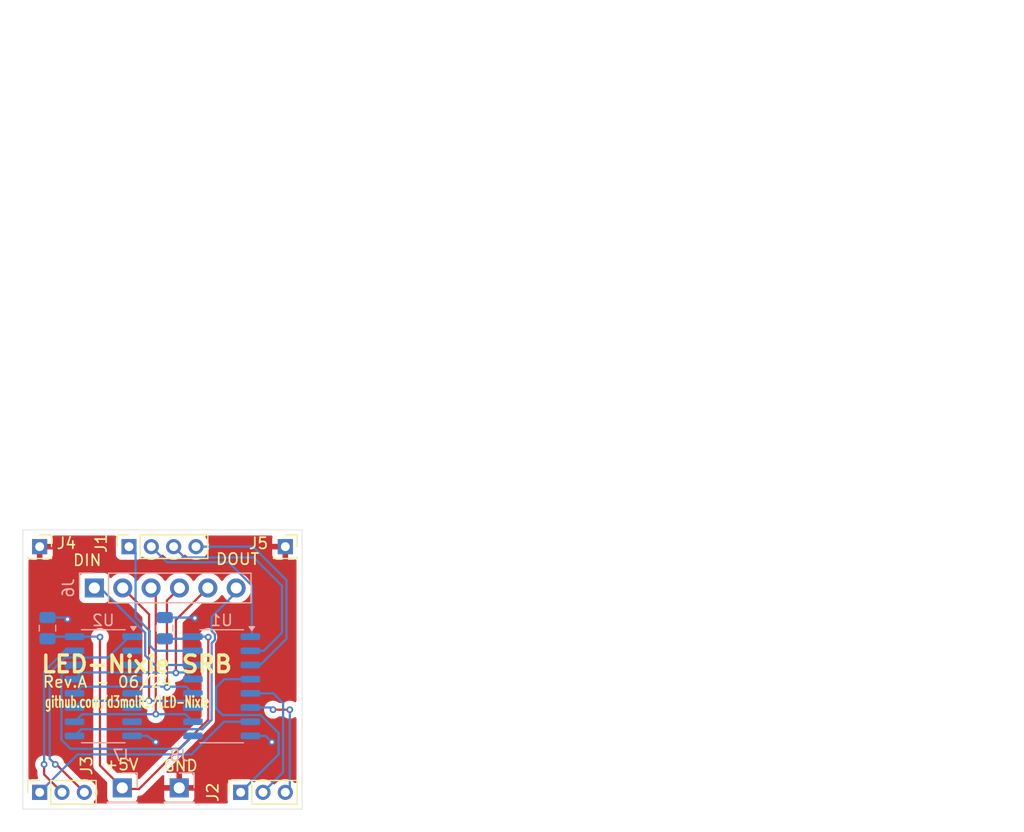
<source format=kicad_pcb>
(kicad_pcb (version 20240108) (generator "pcbnew") (generator_version "8.0")
  (layers (0 "F.Cu" signal) (31 "B.Cu" signal) (34 "B.Paste" user) (35 "F.Paste" user) (36 "B.SilkS" user "B.Silkscreen") (37 "F.SilkS" user "F.Silkscreen") (38 "B.Mask" user) (39 "F.Mask" user) (44 "Edge.Cuts" user))
  (net 0 "")
  (net 1 "Net-(J1-Pin_2)")
  (net 2 "GND")
  (net 3 "Net-(J1-Pin_4)")
  (net 4 "Net-(J1-Pin_1)")
  (net 5 "Net-(J1-Pin_3)")
  (net 6 "Net-(J2-Pin_3)")
  (net 7 "Net-(J2-Pin_2)")
  (net 8 "Net-(J2-Pin_1)")
  (net 9 "Net-(J3-Pin_3)")
  (net 10 "Net-(J3-Pin_1)")
  (net 11 "Net-(J3-Pin_2)")
  (net 12 "DATA_OUT")
  (net 13 "SR_CLK")
  (net 14 "+5V")
  (net 15 "Net-(U1-QH')")
  (net 16 "LOAD")
  (net 17 "OE")
  (net 18 "DATA")
  (net 19 "SR_CLR")
  (footprint "Connector_PinSocket_2.00mm:PinSocket_1x04_P2.00mm_Vertical" (layer "F.Cu") (at 59.999999 61.9 90)
    (property "Reference" "J1" (at 0.3 -2.5 90) (layer "F.SilkS"))
    (property "Value" "Conn_01x04" (hide yes))
    (fp_line (start 1.06 -1.06) (end 1.06 0) (stroke (width 0.12)) (layer "F.SilkS"))
    (fp_line (start 0 -1.06) (end 1.06 -1.06) (stroke (width 0.12)) (layer "F.SilkS"))
    (fp_line (start 1.06 1) (end 1.06 7.06) (stroke (width 0.12)) (layer "F.SilkS"))
    (fp_line (start -1.06 1) (end 1.06 1) (stroke (width 0.12)) (layer "F.SilkS"))
    (fp_line (start -1.06 1) (end -1.06 7.06) (stroke (width 0.12)) (layer "F.SilkS"))
    (fp_line (start -1.06 7.06) (end 1.06 7.06) (stroke (width 0.12)) (layer "F.SilkS"))
    (pad "1" thru_hole rect (at 0 0 90) (size 1.35 1.35) (drill 0.8) (layers "*.Cu" "*.Mask") (net 4 "Net-(J1-Pin_1)"))
    (pad "2" thru_hole oval (at 0 2 90) (size 1.35 1.35) (drill 0.8) (layers "*.Cu" "*.Mask") (net 1 "Net-(J1-Pin_2)"))
    (pad "3" thru_hole oval (at 0 4 90) (size 1.35 1.35) (drill 0.8) (layers "*.Cu" "*.Mask") (net 5 "Net-(J1-Pin_3)"))
    (pad "4" thru_hole oval (at 0 6 90) (size 1.35 1.35) (drill 0.8) (layers "*.Cu" "*.Mask") (net 3 "Net-(J1-Pin_4)"))
  )
  (footprint "Connector_PinSocket_2.00mm:PinSocket_1x03_P2.00mm_Vertical" (layer "F.Cu") (at 52 83.9 90)
    (property "Reference" "J3" (at 2.4 4.2 90) (layer "F.SilkS"))
    (property "Value" "Conn_01x03" (hide yes))
    (fp_line (start 1.06 -1.06) (end 1.06 0) (stroke (width 0.12)) (layer "F.SilkS"))
    (fp_line (start 0 -1.06) (end 1.06 -1.06) (stroke (width 0.12)) (layer "F.SilkS"))
    (fp_line (start 1.06 1) (end 1.06 5.06) (stroke (width 0.12)) (layer "F.SilkS"))
    (fp_line (start -1.06 1) (end 1.06 1) (stroke (width 0.12)) (layer "F.SilkS"))
    (fp_line (start -1.06 1) (end -1.06 5.06) (stroke (width 0.12)) (layer "F.SilkS"))
    (fp_line (start -1.06 5.06) (end 1.06 5.06) (stroke (width 0.12)) (layer "F.SilkS"))
    (pad "1" thru_hole rect (at 0 0 90) (size 1.35 1.35) (drill 0.8) (layers "*.Cu" "*.Mask") (net 10 "Net-(J3-Pin_1)"))
    (pad "2" thru_hole oval (at 0 2 90) (size 1.35 1.35) (drill 0.8) (layers "*.Cu" "*.Mask") (net 11 "Net-(J3-Pin_2)"))
    (pad "3" thru_hole oval (at 0 4 90) (size 1.35 1.35) (drill 0.8) (layers "*.Cu" "*.Mask") (net 9 "Net-(J3-Pin_3)"))
  )
  (footprint "Connector_PinSocket_2.00mm:PinSocket_1x01_P2.00mm_Vertical" (layer "F.Cu") (at 74 61.9)
    (property "Reference" "J5" (at -2.4 -0.3 0) (layer "F.SilkS"))
    (property "Value" "Conn_01x01" (hide yes))
    (fp_line (start -1.06 0.94) (end -1.06 1.06) (stroke (width 0.12)) (layer "F.SilkS"))
    (fp_line (start -1.06 1.06) (end 1.06 1.06) (stroke (width 0.12)) (layer "F.SilkS"))
    (fp_line (start 0 -1.06) (end 1.06 -1.06) (stroke (width 0.12)) (layer "F.SilkS"))
    (fp_line (start 1.06 -1.06) (end 1.06 0) (stroke (width 0.12)) (layer "F.SilkS"))
    (fp_line (start 1.06 0.94) (end 1.06 1.06) (stroke (width 0.12)) (layer "F.SilkS"))
    (pad "1" thru_hole rect (at 0 0) (size 1.35 1.35) (drill 0.8) (layers "*.Cu" "*.Mask") (net 2 "GND"))
  )
  (footprint "Connector_PinSocket_2.00mm:PinSocket_1x03_P2.00mm_Vertical" (layer "F.Cu") (at 70 83.9 90)
    (property "Reference" "J2" (at 0 -2.5 90) (layer "F.SilkS"))
    (property "Value" "Conn_01x03" (hide yes))
    (fp_line (start 1.06 -1.06) (end 1.06 0) (stroke (width 0.12)) (layer "F.SilkS"))
    (fp_line (start 0 -1.06) (end 1.06 -1.06) (stroke (width 0.12)) (layer "F.SilkS"))
    (fp_line (start 1.06 1) (end 1.06 5.06) (stroke (width 0.12)) (layer "F.SilkS"))
    (fp_line (start -1.06 1) (end 1.06 1) (stroke (width 0.12)) (layer "F.SilkS"))
    (fp_line (start -1.06 1) (end -1.06 5.06) (stroke (width 0.12)) (layer "F.SilkS"))
    (fp_line (start -1.06 5.06) (end 1.06 5.06) (stroke (width 0.12)) (layer "F.SilkS"))
    (pad "1" thru_hole rect (at 0 0 90) (size 1.35 1.35) (drill 0.8) (layers "*.Cu" "*.Mask") (net 8 "Net-(J2-Pin_1)"))
    (pad "2" thru_hole oval (at 0 2 90) (size 1.35 1.35) (drill 0.8) (layers "*.Cu" "*.Mask") (net 7 "Net-(J2-Pin_2)"))
    (pad "3" thru_hole oval (at 0 4 90) (size 1.35 1.35) (drill 0.8) (layers "*.Cu" "*.Mask") (net 6 "Net-(J2-Pin_3)"))
  )
  (footprint "Connector_PinSocket_2.00mm:PinSocket_1x01_P2.00mm_Vertical" (layer "F.Cu") (at 52 61.9)
    (property "Reference" "J4" (at 2.4 -0.3 0) (layer "F.SilkS"))
    (property "Value" "Conn_01x01" (hide yes))
    (fp_line (start -1.06 0.94) (end -1.06 1.06) (stroke (width 0.12)) (layer "F.SilkS"))
    (fp_line (start -1.06 1.06) (end 1.06 1.06) (stroke (width 0.12)) (layer "F.SilkS"))
    (fp_line (start 0 -1.06) (end 1.06 -1.06) (stroke (width 0.12)) (layer "F.SilkS"))
    (fp_line (start 1.06 -1.06) (end 1.06 0) (stroke (width 0.12)) (layer "F.SilkS"))
    (fp_line (start 1.06 0.94) (end 1.06 1.06) (stroke (width 0.12)) (layer "F.SilkS"))
    (pad "1" thru_hole rect (at 0 0) (size 1.35 1.35) (drill 0.8) (layers "*.Cu" "*.Mask") (net 2 "GND"))
  )
  (footprint "Connector_PinHeader_2.54mm:PinHeader_1x01_P2.54mm_Vertical" (layer "B.Cu") (at 64.5 83.5 180)
    (property "Reference" "J8" (at 0 2.9 0) (layer "B.SilkS") (effects (justify mirror)))
    (property "Value" "GND")
    (fp_line (start 1.33 -1.27) (end -1.33 -1.27) (stroke (width 0.12)) (layer "B.SilkS"))
    (fp_line (start 1.33 -1.33) (end 1.33 -1.27) (stroke (width 0.12)) (layer "B.SilkS"))
    (fp_line (start 1.33 -1.33) (end -1.33 -1.33) (stroke (width 0.12)) (layer "B.SilkS"))
    (fp_line (start 0 1.33) (end -1.33 1.33) (stroke (width 0.12)) (layer "B.SilkS"))
    (fp_line (start -1.33 1.33) (end -1.33 0) (stroke (width 0.12)) (layer "B.SilkS"))
    (fp_line (start -1.33 -1.33) (end -1.33 -1.27) (stroke (width 0.12)) (layer "B.SilkS"))
    (pad "1" thru_hole rect (at 0 0 180) (size 1.7 1.7) (drill 1) (layers "*.Cu" "*.Mask") (net 2 "GND"))
  )
  (footprint "Capacitor_SMD:C_0805_2012Metric" (layer "B.Cu") (at 52.7 69.2 90)
    (property "Reference" "C1" (hide yes))
    (property "Value" "10µF")
    (fp_line (start 0.261253 -0.735) (end -0.261253 -0.735) (stroke (width 0.12)) (layer "B.SilkS"))
    (fp_line (start 0.261253 0.735) (end -0.261253 0.735) (stroke (width 0.12)) (layer "B.SilkS"))
    (pad "1" smd roundrect (at -0.949999 0 90) (size 1 1.45) (layers "B.Cu" "B.Paste" "B.Mask") (net 14 "+5V"))
    (pad "2" smd roundrect (at 0.949999 0 90) (size 1 1.45) (layers "B.Cu" "B.Paste" "B.Mask") (net 2 "GND"))
  )
  (footprint "Package_SO:SO-16_3.9x9.9mm_P1.27mm" (layer "B.Cu") (at 57.7 74.4 180)
    (property "Reference" "U2" (at 0 5.9 0) (layer "B.SilkS") (effects (justify mirror)))
    (property "Value" "74HC595")
    (fp_line (start 1.95 5.06) (end 0 5.06) (stroke (width 0.12)) (layer "B.SilkS"))
    (fp_line (start 1.95 -5.06) (end 0 -5.06) (stroke (width 0.12)) (layer "B.SilkS"))
    (fp_line (start -1.95 5.06) (end 0 5.06) (stroke (width 0.12)) (layer "B.SilkS"))
    (fp_line (start -1.95 -5.06) (end 0 -5.06) (stroke (width 0.12)) (layer "B.SilkS"))
    (fp_poly (pts (xy -2.7 5.005) (xy -2.94 5.335) (xy -2.46 5.335) (xy -2.7 5.005)) (stroke (width 0.12)) (fill solid) (layer "B.SilkS"))
    (pad "1" smd roundrect (at -2.575 4.445 180) (size 1.75 0.6) (layers "B.Cu" "B.Paste" "B.Mask") (net 9 "Net-(J3-Pin_3)"))
    (pad "2" smd roundrect (at -2.575 3.175 180) (size 1.75 0.6) (layers "B.Cu" "B.Paste" "B.Mask"))
    (pad "3" smd roundrect (at -2.575 1.905 180) (size 1.75 0.6) (layers "B.Cu" "B.Paste" "B.Mask"))
    (pad "4" smd roundrect (at -2.575 0.635 180) (size 1.75 0.6) (layers "B.Cu" "B.Paste" "B.Mask"))
    (pad "5" smd roundrect (at -2.575 -0.635 180) (size 1.75 0.6) (layers "B.Cu" "B.Paste" "B.Mask"))
    (pad "6" smd roundrect (at -2.575 -1.905 180) (size 1.75 0.6) (layers "B.Cu" "B.Paste" "B.Mask"))
    (pad "7" smd roundrect (at -2.575 -3.175 180) (size 1.75 0.6) (layers "B.Cu" "B.Paste" "B.Mask"))
    (pad "8" smd roundrect (at -2.575 -4.445 180) (size 1.75 0.6) (layers "B.Cu" "B.Paste" "B.Mask") (net 2 "GND"))
    (pad "9" smd roundrect (at 2.575 -4.445 180) (size 1.75 0.6) (layers "B.Cu" "B.Paste" "B.Mask") (net 12 "DATA_OUT"))
    (pad "10" smd roundrect (at 2.575 -3.175 180) (size 1.75 0.6) (layers "B.Cu" "B.Paste" "B.Mask") (net 19 "SR_CLR"))
    (pad "11" smd roundrect (at 2.575 -1.905 180) (size 1.75 0.6) (layers "B.Cu" "B.Paste" "B.Mask") (net 13 "SR_CLK"))
    (pad "12" smd roundrect (at 2.575 -0.635 180) (size 1.75 0.6) (layers "B.Cu" "B.Paste" "B.Mask") (net 16 "LOAD"))
    (pad "13" smd roundrect (at 2.575 0.635 180) (size 1.75 0.6) (layers "B.Cu" "B.Paste" "B.Mask") (net 17 "OE"))
    (pad "14" smd roundrect (at 2.575 1.905 180) (size 1.75 0.6) (layers "B.Cu" "B.Paste" "B.Mask") (net 15 "Net-(U1-QH')"))
    (pad "15" smd roundrect (at 2.575 3.175 180) (size 1.75 0.6) (layers "B.Cu" "B.Paste" "B.Mask") (net 11 "Net-(J3-Pin_2)"))
    (pad "16" smd roundrect (at 2.575 4.445 180) (size 1.75 0.6) (layers "B.Cu" "B.Paste" "B.Mask") (net 14 "+5V"))
  )
  (footprint "Connector_PinHeader_2.54mm:PinHeader_1x01_P2.54mm_Vertical" (layer "B.Cu") (at 59.4 83.5 180)
    (property "Reference" "J7" (at 0 2.9 0) (layer "B.SilkS") (effects (justify mirror)))
    (property "Value" "+5V")
    (fp_line (start 1.33 -1.270001) (end -1.33 -1.270001) (stroke (width 0.12)) (layer "B.SilkS"))
    (fp_line (start 1.33 -1.33) (end 1.33 -1.270001) (stroke (width 0.12)) (layer "B.SilkS"))
    (fp_line (start 1.33 -1.33) (end -1.33 -1.33) (stroke (width 0.12)) (layer "B.SilkS"))
    (fp_line (start 0 1.33) (end -1.33 1.33) (stroke (width 0.12)) (layer "B.SilkS"))
    (fp_line (start -1.33 1.33) (end -1.33 0) (stroke (width 0.12)) (layer "B.SilkS"))
    (fp_line (start -1.33 -1.33) (end -1.33 -1.270001) (stroke (width 0.12)) (layer "B.SilkS"))
    (pad "1" thru_hole rect (at 0 0 180) (size 1.7 1.7) (drill 1) (layers "*.Cu" "*.Mask") (net 14 "+5V"))
  )
  (footprint "Capacitor_SMD:C_0805_2012Metric" (layer "B.Cu") (at 63.2 69.2 90)
    (property "Reference" "C2" (hide yes))
    (property "Value" "10µF")
    (fp_line (start 0.261253 -0.735) (end -0.261253 -0.735) (stroke (width 0.12)) (layer "B.SilkS"))
    (fp_line (start 0.261253 0.735) (end -0.261253 0.735) (stroke (width 0.12)) (layer "B.SilkS"))
    (pad "1" smd roundrect (at -0.949999 0 90) (size 1 1.45) (layers "B.Cu" "B.Paste" "B.Mask") (net 14 "+5V"))
    (pad "2" smd roundrect (at 0.949999 0 90) (size 1 1.45) (layers "B.Cu" "B.Paste" "B.Mask") (net 2 "GND"))
  )
  (footprint "Connector_PinHeader_2.54mm:PinHeader_1x06_P2.54mm_Vertical" (layer "B.Cu") (at 56.9 65.6 -90)
    (property "Reference" "J6" (at 0 2.33 90) (layer "B.SilkS") (effects (justify mirror)))
    (property "Value" "Shift")
    (fp_line (start -1.33 1.33) (end -1.33 0) (stroke (width 0.12)) (layer "B.SilkS"))
    (fp_line (start 0 1.33) (end -1.33 1.33) (stroke (width 0.12)) (layer "B.SilkS"))
    (fp_line (start 1.33 -1.270001) (end -1.33 -1.270001) (stroke (width 0.12)) (layer "B.SilkS"))
    (fp_line (start -1.33 -14.03) (end -1.33 -1.270001) (stroke (width 0.12)) (layer "B.SilkS"))
    (fp_line (start 1.33 -14.03) (end 1.33 -1.270001) (stroke (width 0.12)) (layer "B.SilkS"))
    (fp_line (start 1.33 -14.03) (end -1.33 -14.03) (stroke (width 0.12)) (layer "B.SilkS"))
    (pad "1" thru_hole rect (at 0 0 270) (size 1.7 1.7) (drill 1) (layers "*.Cu" "*.Mask") (net 18 "DATA"))
    (pad "2" thru_hole oval (at 0 -2.54 270) (size 1.7 1.7) (drill 1) (layers "*.Cu" "*.Mask") (net 13 "SR_CLK"))
    (pad "3" thru_hole oval (at 0 -5.079999 270) (size 1.7 1.7) (drill 1) (layers "*.Cu" "*.Mask") (net 19 "SR_CLR"))
    (pad "4" thru_hole oval (at 0 -7.62 270) (size 1.7 1.7) (drill 1) (layers "*.Cu" "*.Mask") (net 16 "LOAD"))
    (pad "5" thru_hole oval (at 0 -10.16 270) (size 1.7 1.7) (drill 1) (layers "*.Cu" "*.Mask") (net 17 "OE"))
    (pad "6" thru_hole oval (at 0 -12.7 270) (size 1.7 1.7) (drill 1) (layers "*.Cu" "*.Mask") (net 12 "DATA_OUT"))
  )
  (footprint "Package_SO:SO-16_3.9x9.9mm_P1.27mm" (layer "B.Cu") (at 68.3 74.4 180)
    (property "Reference" "U1" (at 0 5.9 0) (layer "B.SilkS") (effects (justify mirror)))
    (property "Value" "74HC595")
    (fp_line (start 1.95 5.06) (end 0 5.06) (stroke (width 0.12)) (layer "B.SilkS"))
    (fp_line (start 1.95 -5.06) (end 0 -5.06) (stroke (width 0.12)) (layer "B.SilkS"))
    (fp_line (start -1.95 5.06) (end 0 5.06) (stroke (width 0.12)) (layer "B.SilkS"))
    (fp_line (start -1.95 -5.06) (end 0 -5.06) (stroke (width 0.12)) (layer "B.SilkS"))
    (fp_poly (pts (xy -2.7 5.005) (xy -2.94 5.335) (xy -2.46 5.335) (xy -2.7 5.005)) (stroke (width 0.12)) (fill solid) (layer "B.SilkS"))
    (pad "1" smd roundrect (at -2.575 4.445 180) (size 1.75 0.6) (layers "B.Cu" "B.Paste" "B.Mask") (net 1 "Net-(J1-Pin_2)"))
    (pad "2" smd roundrect (at -2.575 3.175 180) (size 1.75 0.6) (layers "B.Cu" "B.Paste" "B.Mask") (net 5 "Net-(J1-Pin_3)"))
    (pad "3" smd roundrect (at -2.575 1.905 180) (size 1.75 0.6) (layers "B.Cu" "B.Paste" "B.Mask") (net 3 "Net-(J1-Pin_4)"))
    (pad "4" smd roundrect (at -2.575 0.635 180) (size 1.75 0.6) (layers "B.Cu" "B.Paste" "B.Mask") (net 8 "Net-(J2-Pin_1)"))
    (pad "5" smd roundrect (at -2.575 -0.635 180) (size 1.75 0.6) (layers "B.Cu" "B.Paste" "B.Mask") (net 7 "Net-(J2-Pin_2)"))
    (pad "6" smd roundrect (at -2.575 -1.905 180) (size 1.75 0.6) (layers "B.Cu" "B.Paste" "B.Mask") (net 6 "Net-(J2-Pin_3)"))
    (pad "7" smd roundrect (at -2.575 -3.175 180) (size 1.75 0.6) (layers "B.Cu" "B.Paste" "B.Mask") (net 10 "Net-(J3-Pin_1)"))
    (pad "8" smd roundrect (at -2.575 -4.445 180) (size 1.75 0.6) (layers "B.Cu" "B.Paste" "B.Mask") (net 2 "GND"))
    (pad "9" smd roundrect (at 2.575 -4.445 180) (size 1.75 0.6) (layers "B.Cu" "B.Paste" "B.Mask") (net 15 "Net-(U1-QH')"))
    (pad "10" smd roundrect (at 2.575 -3.175 180) (size 1.75 0.6) (layers "B.Cu" "B.Paste" "B.Mask") (net 19 "SR_CLR"))
    (pad "11" smd roundrect (at 2.575 -1.905 180) (size 1.75 0.6) (layers "B.Cu" "B.Paste" "B.Mask") (net 13 "SR_CLK"))
    (pad "12" smd roundrect (at 2.575 -0.635 180) (size 1.75 0.6) (layers "B.Cu" "B.Paste" "B.Mask") (net 16 "LOAD"))
    (pad "13" smd roundrect (at 2.575 0.635 180) (size 1.75 0.6) (layers "B.Cu" "B.Paste" "B.Mask") (net 17 "OE"))
    (pad "14" smd roundrect (at 2.575 1.905 180) (size 1.75 0.6) (layers "B.Cu" "B.Paste" "B.Mask") (net 18 "DATA"))
    (pad "15" smd roundrect (at 2.575 3.175 180) (size 1.75 0.6) (layers "B.Cu" "B.Paste" "B.Mask") (net 4 "Net-(J1-Pin_1)"))
    (pad "16" smd roundrect (at 2.575 4.445 180) (size 1.75 0.6) (layers "B.Cu" "B.Paste" "B.Mask") (net 14 "+5V"))
  )
  (gr_rect (start 50.5 60.4) (end 75.5 85.4) (stroke (width 0.05)) (fill none) (layer "Edge.Cuts"))
  (gr_text "DOUT" (at 67.7 63.6 0) (layer "F.SilkS") (effects (font (size 1 1)) (justify left bottom)))
  (gr_text "LED-Nixie SRB" (at 52 73.3 0) (layer "F.SilkS") (effects (font (size 1.5 1.5) (thickness 0.3) (bold yes)) (justify left bottom)))
  (gr_text "DIN" (at 54.9 63.7 0) (layer "F.SilkS") (effects (font (size 1 1)) (justify left bottom)))
  (gr_text "+5V" (at 57.7 82 0) (layer "F.SilkS") (effects (font (size 1 1)) (justify left bottom)))
  (gr_text "GND" (at 63 82.1 0) (layer "F.SilkS") (effects (font (size 1 1)) (justify left bottom)))
  (gr_text "Rev.A - 06/24" (at 52.2 74.6 0) (layer "F.SilkS") (effects (font (size 1 1)) (justify left bottom)))
  (gr_text "github.com/d3molite/LED-Nixie" (at 52.4 76.4 0) (layer "F.SilkS") (effects (font (size 1 0.6) (thickness 0.15) (bold yes)) (justify left bottom)))
  (segment (start 63.399999 63.3) (end 61.999999 61.9) (width 0.2) (layer "B.Cu") (net 1))
  (segment (start 70.955 69.955) (end 71 70) (width 0.2) (layer "B.Cu") (net 1))
  (segment (start 71 65.373654) (end 68.926346 63.3) (width 0.2) (layer "B.Cu") (net 1))
  (segment (start 71 70) (end 71 65.373654) (width 0.2) (layer "B.Cu") (net 1))
  (segment (start 70.875 69.955) (end 70.955 69.955) (width 0.2) (layer "B.Cu") (net 1))
  (segment (start 68.926346 63.3) (end 63.399999 63.3) (width 0.2) (layer "B.Cu") (net 1))
  (via (at 72.8 79.4) (size 0.6) (drill 0.3) (layers "F.Cu" "B.Cu") (net 2))
  (via (at 54.5 68.4) (size 0.6) (drill 0.3) (layers "F.Cu" "B.Cu") (net 2))
  (via (at 62.4 79.4) (size 0.6) (drill 0.3) (layers "F.Cu" "B.Cu") (net 2))
  (via (at 65.9 68.3) (size 0.6) (drill 0.3) (layers "F.Cu" "B.Cu") (net 2))
  (segment (start 60.275 78.845) (end 61.645 78.845) (width 0.2) (layer "B.Cu") (net 2))
  (segment (start 70.875 78.845) (end 72.245 78.845) (width 0.2) (layer "B.Cu") (net 2))
  (segment (start 52.7 68.250001) (end 54.350001 68.250001) (width 0.2) (layer "B.Cu") (net 2))
  (segment (start 65.9 68.3) (end 65.850001 68.250001) (width 0.2) (layer "B.Cu") (net 2))
  (segment (start 54.350001 68.250001) (end 54.5 68.4) (width 0.2) (layer "B.Cu") (net 2))
  (segment (start 61.645 78.845) (end 62.4 79.4) (width 0.2) (layer "B.Cu") (net 2))
  (segment (start 54.5 68.4) (end 54.4 68.3) (width 0.2) (layer "B.Cu") (net 2))
  (segment (start 72.245 78.845) (end 72.8 79.4) (width 0.2) (layer "B.Cu") (net 2))
  (segment (start 62.4 79.4) (end 62.2 79.4) (width 0.2) (layer "B.Cu") (net 2))
  (segment (start 65.850001 68.250001) (end 63.2 68.250001) (width 0.2) (layer "B.Cu") (net 2))
  (segment (start 71.749999 72.495) (end 74.1 70.144999) (width 0.2) (layer "B.Cu") (net 3))
  (segment (start 71.1 61.9) (end 65.999999 61.9) (width 0.2) (layer "B.Cu") (net 3))
  (segment (start 70.875 72.495) (end 71.749999 72.495) (width 0.2) (layer "B.Cu") (net 3))
  (segment (start 74.1 70.144999) (end 74.1 64.9) (width 0.2) (layer "B.Cu") (net 3))
  (segment (start 74.1 64.9) (end 71.1 61.9) (width 0.2) (layer "B.Cu") (net 3))
  (segment (start 60.59 62.490001) (end 60.59 68.188762) (width 0.2) (layer "B.Cu") (net 4))
  (segment (start 61.85 69.448762) (end 61.85 70.75) (width 0.2) (layer "B.Cu") (net 4))
  (segment (start 62.325 71.225) (end 65.725 71.225) (width 0.2) (layer "B.Cu") (net 4))
  (segment (start 59.999999 61.9) (end 60.59 62.490001) (width 0.2) (layer "B.Cu") (net 4))
  (segment (start 61.85 70.75) (end 62.325 71.225) (width 0.2) (layer "B.Cu") (net 4))
  (segment (start 60.59 68.188762) (end 61.85 69.448762) (width 0.2) (layer "B.Cu") (net 4))
  (segment (start 64.974999 62.875) (end 63.999999 61.9) (width 0.2) (layer "B.Cu") (net 5))
  (segment (start 70.875 71.225) (end 72.075 71.225) (width 0.2) (layer "B.Cu") (net 5))
  (segment (start 71.175 62.875) (end 64.974999 62.875) (width 0.2) (layer "B.Cu") (net 5))
  (segment (start 72.075 71.225) (end 73.7 69.6) (width 0.2) (layer "B.Cu") (net 5))
  (segment (start 73.7 65.4) (end 71.175 62.875) (width 0.2) (layer "B.Cu") (net 5))
  (segment (start 73.7 69.6) (end 73.7 65.4) (width 0.2) (layer "B.Cu") (net 5))
  (segment (start 72.9 76.5) (end 74.4 76.5) (width 0.2) (layer "F.Cu") (net 6))
  (via (at 72.9 76.5) (size 0.6) (drill 0.3) (layers "F.Cu" "B.Cu") (net 6))
  (via (at 74.4 76.5) (size 0.6) (drill 0.3) (layers "F.Cu" "B.Cu") (net 6))
  (segment (start 72.705 76.305) (end 72.9 76.5) (width 0.2) (layer "B.Cu") (net 6))
  (segment (start 74.4 76.5) (end 74.4 83.5) (width 0.2) (layer "B.Cu") (net 6))
  (segment (start 72.9 76.5) (end 72.9 76.41) (width 0.2) (layer "B.Cu") (net 6))
  (segment (start 74.4 83.5) (end 74 83.9) (width 0.2) (layer "B.Cu") (net 6))
  (segment (start 70.875 76.305) (end 72.705 76.305) (width 0.2) (layer "B.Cu") (net 6))
  (segment (start 73.8 82.1) (end 72 83.9) (width 0.2) (layer "B.Cu") (net 7))
  (segment (start 72.935 75.035) (end 73.8 75.9) (width 0.2) (layer "B.Cu") (net 7))
  (segment (start 70.875 75.035) (end 72.935 75.035) (width 0.2) (layer "B.Cu") (net 7))
  (segment (start 73.8 75.9) (end 73.8 82.1) (width 0.2) (layer "B.Cu") (net 7))
  (segment (start 73.4 80.5) (end 73.4 78.584448) (width 0.2) (layer "B.Cu") (net 8))
  (segment (start 73.4 78.584448) (end 71.790552 76.975) (width 0.2) (layer "B.Cu") (net 8))
  (segment (start 68.535 73.765) (end 70.875 73.765) (width 0.2) (layer "B.Cu") (net 8))
  (segment (start 67.8 76.4) (end 67.8 74.5) (width 0.2) (layer "B.Cu") (net 8))
  (segment (start 70 83.9) (end 73.4 80.5) (width 0.2) (layer "B.Cu") (net 8))
  (segment (start 71.790552 76.975) (end 68.375 76.975) (width 0.2) (layer "B.Cu") (net 8))
  (segment (start 68.375 76.975) (end 67.8 76.4) (width 0.2) (layer "B.Cu") (net 8))
  (segment (start 67.8 74.5) (end 68.535 73.765) (width 0.2) (layer "B.Cu") (net 8))
  (segment (start 56 83.9) (end 53.5 81.4) (width 0.2) (layer "F.Cu") (net 9))
  (segment (start 53.5 81.4) (end 53.4 81.4) (width 0.2) (layer "F.Cu") (net 9))
  (via (at 53.4 81.4) (size 0.6) (drill 0.3) (layers "F.Cu" "B.Cu") (net 9))
  (segment (start 60.029448 69.955) (end 60.275 69.955) (width 0.2) (layer "B.Cu") (net 9))
  (segment (start 58.159448 71.825) (end 60.029448 69.955) (width 0.2) (layer "B.Cu") (net 9))
  (segment (start 54.279448 71.825) (end 58.159448 71.825) (width 0.2) (layer "B.Cu") (net 9))
  (segment (start 53.4 81.4) (end 52.9 80.9) (width 0.2) (layer "B.Cu") (net 9))
  (segment (start 52.9 80.9) (end 52.9 73.204448) (width 0.2) (layer "B.Cu") (net 9))
  (segment (start 52.9 73.204448) (end 54.279448 71.825) (width 0.2) (layer "B.Cu") (net 9))
  (segment (start 65.585552 80.5) (end 55.4 80.5) (width 0.2) (layer "B.Cu") (net 10))
  (segment (start 55.4 80.5) (end 52 83.9) (width 0.2) (layer "B.Cu") (net 10))
  (segment (start 70.875 77.575) (end 68.510552 77.575) (width 0.2) (layer "B.Cu") (net 10))
  (segment (start 68.510552 77.575) (end 65.585552 80.5) (width 0.2) (layer "B.Cu") (net 10))
  (segment (start 54 83.9) (end 52.4 82.3) (width 0.2) (layer "F.Cu") (net 11))
  (segment (start 52.4 82.3) (end 52.4 81.4) (width 0.2) (layer "F.Cu") (net 11))
  (via (at 52.4 81.4) (size 0.6) (drill 0.3) (layers "F.Cu" "B.Cu") (net 11))
  (segment (start 54.250001 71.225) (end 55.125 71.225) (width 0.2) (layer "B.Cu") (net 11))
  (segment (start 52.4 73.075001) (end 54.250001 71.225) (width 0.2) (layer "B.Cu") (net 11))
  (segment (start 52.4 81.4) (end 52.4 73.075001) (width 0.2) (layer "B.Cu") (net 11))
  (segment (start 69.6 66) (end 69.6 65.6) (width 0.2) (layer "B.Cu") (net 12))
  (segment (start 67.4 68.2) (end 69.6 66) (width 0.2) (layer "B.Cu") (net 12))
  (segment (start 55.125 78.845) (end 55.725 78.245) (width 0.2) (layer "B.Cu") (net 12))
  (segment (start 66.570552 78.245) (end 67.4 77.415552) (width 0.2) (layer "B.Cu") (net 12))
  (segment (start 55.725 78.245) (end 66.570552 78.245) (width 0.2) (layer "B.Cu") (net 12))
  (segment (start 67.4 69.451471) (end 67.4 68.2) (width 0.2) (layer "B.Cu") (net 12))
  (segment (start 67.4 70.548529) (end 67.7 70.248529) (width 0.2) (layer "B.Cu") (net 12))
  (segment (start 67.7 69.751471) (end 67.4 69.451471) (width 0.2) (layer "B.Cu") (net 12))
  (segment (start 67.7 70.248529) (end 67.7 69.751471) (width 0.2) (layer "B.Cu") (net 12))
  (segment (start 67.4 77.415552) (end 67.4 70.548529) (width 0.2) (layer "B.Cu") (net 12))
  (segment (start 59.44 65.6) (end 61.8 67.96) (width 0.2) (layer "F.Cu") (net 13))
  (segment (start 61.8 67.96) (end 61.8 75.7) (width 0.2) (layer "F.Cu") (net 13))
  (via (at 61.8 75.7) (size 0.6) (drill 0.3) (layers "F.Cu" "B.Cu") (net 13))
  (segment (start 65.125 75.705) (end 55.725 75.705) (width 0.2) (layer "B.Cu") (net 13))
  (segment (start 55.725 75.705) (end 55.125 76.305) (width 0.2) (layer "B.Cu") (net 13))
  (segment (start 65.725 76.305) (end 65.125 75.705) (width 0.2) (layer "B.Cu") (net 13))
  (segment (start 60.9 83.6) (end 59.5 83.6) (width 0.2) (layer "F.Cu") (net 14))
  (segment (start 67.1 70) (end 67.1 77.4) (width 0.2) (layer "F.Cu") (net 14))
  (segment (start 59.5 83.6) (end 57.4 81.5) (width 0.2) (layer "F.Cu") (net 14))
  (segment (start 57.4 81.5) (end 57.4 70) (width 0.2) (layer "F.Cu") (net 14))
  (segment (start 67.1 77.4) (end 60.9 83.6) (width 0.2) (layer "F.Cu") (net 14))
  (via (at 67.1 70) (size 0.6) (drill 0.3) (layers "F.Cu" "B.Cu") (net 14))
  (via (at 57.4 70) (size 0.6) (drill 0.3) (layers "F.Cu" "B.Cu") (net 14))
  (segment (start 52.894999 69.955) (end 52.7 70.149999) (width 0.2) (layer "B.Cu") (net 14))
  (segment (start 55.125 69.955) (end 52.894999 69.955) (width 0.2) (layer "B.Cu") (net 14))
  (segment (start 65.725 69.955) (end 65.545 69.955) (width 0.2) (layer "B.Cu") (net 14))
  (segment (start 55.125 69.955) (end 57.355 69.955) (width 0.2) (layer "B.Cu") (net 14))
  (segment (start 65.725 69.955) (end 67.055 69.955) (width 0.2) (layer "B.Cu") (net 14))
  (segment (start 67.055 69.955) (end 67.1 70) (width 0.2) (layer "B.Cu") (net 14))
  (segment (start 65.545 69.955) (end 65.350001 70.149999) (width 0.2) (layer "B.Cu") (net 14))
  (segment (start 65.350001 70.149999) (end 63.2 70.149999) (width 0.2) (layer "B.Cu") (net 14))
  (segment (start 54.764448 80) (end 53.95 79.185552) (width 0.2) (layer "B.Cu") (net 15))
  (segment (start 53.95 79.185552) (end 53.95 73.424448) (width 0.2) (layer "B.Cu") (net 15))
  (segment (start 54.879448 72.495) (end 55.125 72.495) (width 0.2) (layer "B.Cu") (net 15))
  (segment (start 65.725 78.845) (end 64.57 80) (width 0.2) (layer "B.Cu") (net 15))
  (segment (start 64.57 80) (end 54.764448 80) (width 0.2) (layer "B.Cu") (net 15))
  (segment (start 53.95 73.424448) (end 54.879448 72.495) (width 0.2) (layer "B.Cu") (net 15))
  (segment (start 64.52 65.6) (end 63.4 66.72) (width 0.2) (layer "F.Cu") (net 16))
  (segment (start 63.4 66.72) (end 63.4 74.5) (width 0.2) (layer "F.Cu") (net 16))
  (via (at 63.4 74.5) (size 0.6) (drill 0.3) (layers "F.Cu" "B.Cu") (net 16))
  (segment (start 65.125 74.435) (end 55.725 74.435) (width 0.2) (layer "B.Cu") (net 16))
  (segment (start 55.725 74.435) (end 55.125 75.035) (width 0.2) (layer "B.Cu") (net 16))
  (segment (start 65.725 75.035) (end 65.125 74.435) (width 0.2) (layer "B.Cu") (net 16))
  (segment (start 64.2 68.46) (end 64.2 73.2) (width 0.2) (layer "F.Cu") (net 17))
  (segment (start 67.06 65.6) (end 64.2 68.46) (width 0.2) (layer "F.Cu") (net 17))
  (via (at 64.2 73.2) (size 0.6) (drill 0.3) (layers "F.Cu" "B.Cu") (net 17))
  (segment (start 55.725 73.165) (end 55.125 73.765) (width 0.2) (layer "B.Cu") (net 17))
  (segment (start 65.725 73.765) (end 65.125 73.165) (width 0.2) (layer "B.Cu") (net 17))
  (segment (start 65.125 73.165) (end 55.725 73.165) (width 0.2) (layer "B.Cu") (net 17))
  (segment (start 62.295 72.495) (end 65.725 72.495) (width 0.2) (layer "B.Cu") (net 18))
  (segment (start 56.9 65.6) (end 57.435552 65.6) (width 0.2) (layer "B.Cu") (net 18))
  (segment (start 61.45 71.65) (end 62.295 72.495) (width 0.2) (layer "B.Cu") (net 18))
  (segment (start 61.45 69.614448) (end 61.45 71.65) (width 0.2) (layer "B.Cu") (net 18))
  (segment (start 57.435552 65.6) (end 61.45 69.614448) (width 0.2) (layer "B.Cu") (net 18))
  (segment (start 61.979999 65.6) (end 62.4 66.020001) (width 0.2) (layer "F.Cu") (net 19))
  (segment (start 62.4 66.020001) (end 62.4 76.9) (width 0.2) (layer "F.Cu") (net 19))
  (via (at 62.4 76.9) (size 0.6) (drill 0.3) (layers "F.Cu" "B.Cu") (net 19))
  (segment (start 55.795 76.905) (end 55.125 77.575) (width 0.2) (layer "B.Cu") (net 19))
  (segment (start 65.055 76.905) (end 55.795 76.905) (width 0.2) (layer "B.Cu") (net 19))
  (segment (start 65.725 77.575) (end 65.055 76.905) (width 0.2) (layer "B.Cu") (net 19))
  (zone (net 2) (net_name "GND") (layer "F.Cu") (connect_pads (clearance 0.5)) (min_thickness 0.25) (fill yes (thermal_gap 0.5) (thermal_bridge_width 0.5))
    (polygon (pts (xy 50.7 60.6) (xy 75.3 60.6) (xy 75.3 85.2) (xy 50.7 85.1)))
  )
)
</source>
